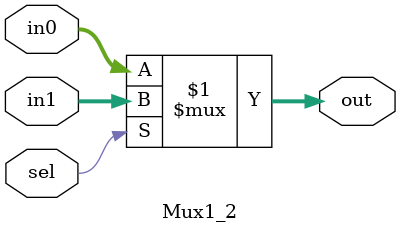
<source format=v>
module Mux1_2 (in0,in1,sel,out);
 /* default width of inputs and outputs */
 parameter WIDTH = 18; /* Default width */

 input  [WIDTH-1:0]in0,in1;
 input  sel;
 output [WIDTH-1:0]out;
 
 assign out=(sel)?in1 : in0;

endmodule

 /*
 //------module instantiation------
 Mux1_2 #(.WIDTH() // width of the inputs and output
         )module_name(.in0(), // [Width-1:0]input0
                      .in1(), // [Width-1:0]input1
                      .sel(), // 0 ->out=in0    1 ->out=in1
                      .out()  // [width-1:0]output
                      );
 */
</source>
